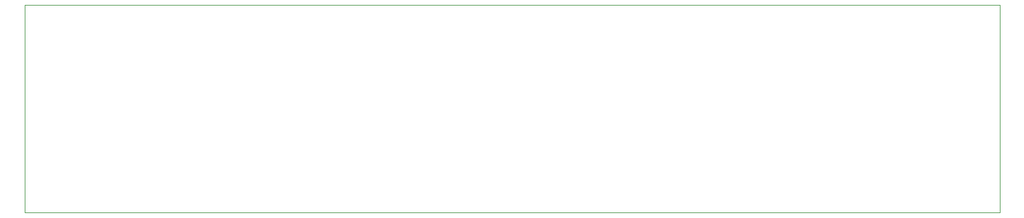
<source format=gbr>
%TF.GenerationSoftware,KiCad,Pcbnew,5.1.7-a382d34a8~87~ubuntu18.04.1*%
%TF.CreationDate,2020-11-02T19:01:26+01:00*%
%TF.ProjectId,controlled_generator_schematics,636f6e74-726f-46c6-9c65-645f67656e65,rev?*%
%TF.SameCoordinates,Original*%
%TF.FileFunction,Profile,NP*%
%FSLAX46Y46*%
G04 Gerber Fmt 4.6, Leading zero omitted, Abs format (unit mm)*
G04 Created by KiCad (PCBNEW 5.1.7-a382d34a8~87~ubuntu18.04.1) date 2020-11-02 19:01:26*
%MOMM*%
%LPD*%
G01*
G04 APERTURE LIST*
%TA.AperFunction,Profile*%
%ADD10C,0.050000*%
%TD*%
G04 APERTURE END LIST*
D10*
X273601001Y-365969001D02*
X406951001Y-365969001D01*
X273601001Y-337521001D02*
X273601001Y-365969001D01*
X406951001Y-337521001D02*
X273601001Y-337521001D01*
X406951001Y-365969001D02*
X406951001Y-337521001D01*
M02*

</source>
